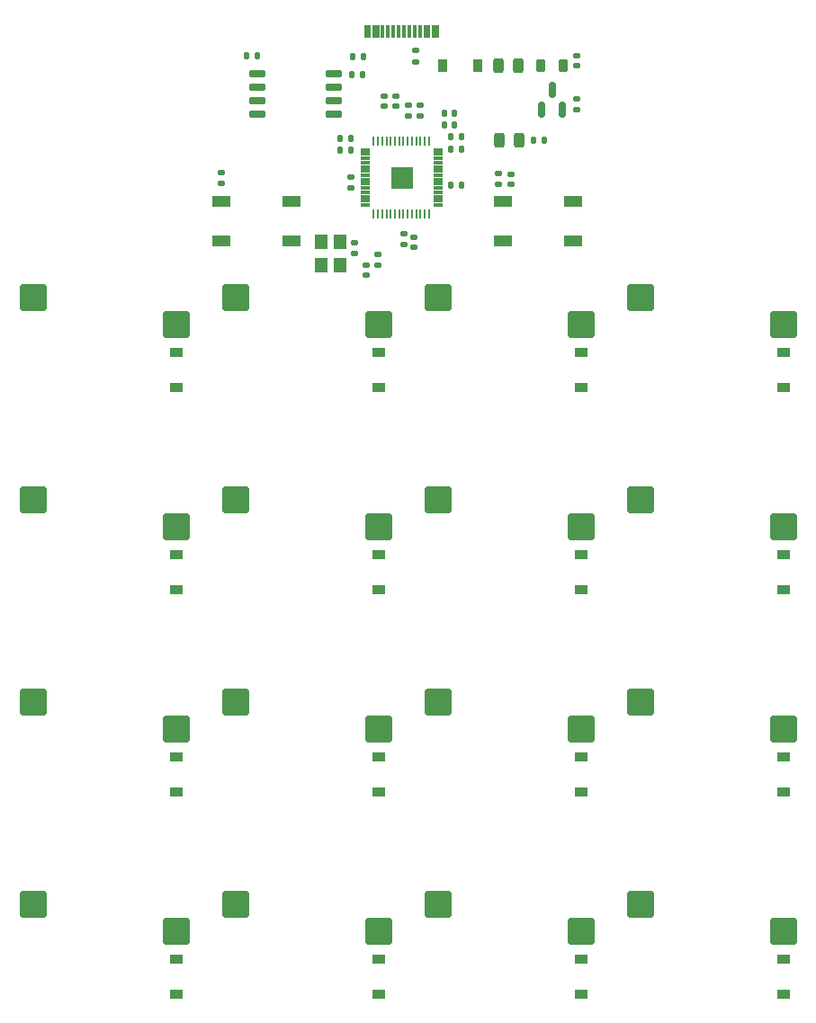
<source format=gbr>
%TF.GenerationSoftware,KiCad,Pcbnew,6.0.9-8da3e8f707~116~ubuntu20.04.1*%
%TF.CreationDate,2023-04-01T10:59:08+02:00*%
%TF.ProjectId,minikey,6d696e69-6b65-4792-9e6b-696361645f70,rev?*%
%TF.SameCoordinates,Original*%
%TF.FileFunction,Paste,Top*%
%TF.FilePolarity,Positive*%
%FSLAX46Y46*%
G04 Gerber Fmt 4.6, Leading zero omitted, Abs format (unit mm)*
G04 Created by KiCad (PCBNEW 6.0.9-8da3e8f707~116~ubuntu20.04.1) date 2023-04-01 10:59:08*
%MOMM*%
%LPD*%
G01*
G04 APERTURE LIST*
G04 Aperture macros list*
%AMRoundRect*
0 Rectangle with rounded corners*
0 $1 Rounding radius*
0 $2 $3 $4 $5 $6 $7 $8 $9 X,Y pos of 4 corners*
0 Add a 4 corners polygon primitive as box body*
4,1,4,$2,$3,$4,$5,$6,$7,$8,$9,$2,$3,0*
0 Add four circle primitives for the rounded corners*
1,1,$1+$1,$2,$3*
1,1,$1+$1,$4,$5*
1,1,$1+$1,$6,$7*
1,1,$1+$1,$8,$9*
0 Add four rect primitives between the rounded corners*
20,1,$1+$1,$2,$3,$4,$5,0*
20,1,$1+$1,$4,$5,$6,$7,0*
20,1,$1+$1,$6,$7,$8,$9,0*
20,1,$1+$1,$8,$9,$2,$3,0*%
G04 Aperture macros list end*
%ADD10C,0.010000*%
%ADD11RoundRect,0.218750X-0.218750X-0.381250X0.218750X-0.381250X0.218750X0.381250X-0.218750X0.381250X0*%
%ADD12R,1.200000X1.400000*%
%ADD13R,1.200000X0.900000*%
%ADD14RoundRect,0.135000X0.185000X-0.135000X0.185000X0.135000X-0.185000X0.135000X-0.185000X-0.135000X0*%
%ADD15RoundRect,0.135000X-0.135000X-0.185000X0.135000X-0.185000X0.135000X0.185000X-0.135000X0.185000X0*%
%ADD16RoundRect,0.140000X-0.140000X-0.170000X0.140000X-0.170000X0.140000X0.170000X-0.140000X0.170000X0*%
%ADD17R,0.300000X1.300000*%
%ADD18RoundRect,0.140000X0.170000X-0.140000X0.170000X0.140000X-0.170000X0.140000X-0.170000X-0.140000X0*%
%ADD19RoundRect,0.140000X-0.170000X0.140000X-0.170000X-0.140000X0.170000X-0.140000X0.170000X0.140000X0*%
%ADD20RoundRect,0.250000X-1.025000X-1.000000X1.025000X-1.000000X1.025000X1.000000X-1.025000X1.000000X0*%
%ADD21RoundRect,0.135000X-0.185000X0.135000X-0.185000X-0.135000X0.185000X-0.135000X0.185000X0.135000X0*%
%ADD22RoundRect,0.243750X-0.243750X-0.456250X0.243750X-0.456250X0.243750X0.456250X-0.243750X0.456250X0*%
%ADD23RoundRect,0.140000X0.140000X0.170000X-0.140000X0.170000X-0.140000X-0.170000X0.140000X-0.170000X0*%
%ADD24RoundRect,0.150000X-0.650000X-0.150000X0.650000X-0.150000X0.650000X0.150000X-0.650000X0.150000X0*%
%ADD25R,1.700000X1.000000*%
%ADD26R,0.900000X1.200000*%
%ADD27RoundRect,0.150000X0.150000X-0.587500X0.150000X0.587500X-0.150000X0.587500X-0.150000X-0.587500X0*%
%ADD28RoundRect,0.006000X-0.414000X-0.094000X0.414000X-0.094000X0.414000X0.094000X-0.414000X0.094000X0*%
%ADD29RoundRect,0.020000X-0.080000X-0.400000X0.080000X-0.400000X0.080000X0.400000X-0.080000X0.400000X0*%
G04 APERTURE END LIST*
%TO.C,U1*%
G36*
X159095000Y-83657000D02*
G01*
X157135000Y-83657000D01*
X157135000Y-81697000D01*
X159095000Y-81697000D01*
X159095000Y-83657000D01*
G37*
D10*
X159095000Y-83657000D02*
X157135000Y-83657000D01*
X157135000Y-81697000D01*
X159095000Y-81697000D01*
X159095000Y-83657000D01*
%TD*%
D11*
%TO.C,FB1*%
X171237500Y-72150000D03*
X173362500Y-72150000D03*
%TD*%
D12*
%TO.C,Y1*%
X152310000Y-90910000D03*
X152310000Y-88710000D03*
X150610000Y-88710000D03*
X150610000Y-90910000D03*
%TD*%
D13*
%TO.C,D1*%
X136969500Y-102424500D03*
X136969500Y-99124500D03*
%TD*%
%TO.C,D15*%
X194119500Y-140524500D03*
X194119500Y-137224500D03*
%TD*%
%TO.C,D6*%
X156019500Y-121474500D03*
X156019500Y-118174500D03*
%TD*%
D14*
%TO.C,R9*%
X159480000Y-71770000D03*
X159480000Y-70750000D03*
%TD*%
D15*
%TO.C,R7*%
X170562500Y-79200000D03*
X171582500Y-79200000D03*
%TD*%
D16*
%TO.C,C8*%
X162778500Y-78867000D03*
X163738500Y-78867000D03*
%TD*%
D13*
%TO.C,D16*%
X194119500Y-159574500D03*
X194119500Y-156274500D03*
%TD*%
D15*
%TO.C,R5*%
X143570000Y-71210000D03*
X144590000Y-71210000D03*
%TD*%
D17*
%TO.C,U6*%
X161466029Y-68935087D03*
X160665927Y-68935087D03*
X159365953Y-68935087D03*
X158365953Y-68935087D03*
X157866080Y-68935087D03*
X156866334Y-68935087D03*
X155565851Y-68935087D03*
X154766003Y-68935087D03*
X155065978Y-68935087D03*
X155866080Y-68935087D03*
X156365953Y-68935087D03*
X157365953Y-68935087D03*
X158866080Y-68935087D03*
X159866080Y-68935087D03*
X160365953Y-68935087D03*
X161166054Y-68935087D03*
%TD*%
D14*
%TO.C,R3*%
X158777500Y-76860000D03*
X158777500Y-75840000D03*
%TD*%
D18*
%TO.C,C17*%
X168420000Y-83320000D03*
X168420000Y-82360000D03*
%TD*%
D19*
%TO.C,C14*%
X153710000Y-88850000D03*
X153710000Y-89810000D03*
%TD*%
D20*
%TO.C,SW1*%
X136900000Y-96520000D03*
X123450000Y-93980000D03*
%TD*%
D21*
%TO.C,R4*%
X167230000Y-82320000D03*
X167230000Y-83340000D03*
%TD*%
D16*
%TO.C,C6*%
X162160000Y-77740000D03*
X163120000Y-77740000D03*
%TD*%
D13*
%TO.C,D11*%
X175069500Y-140524500D03*
X175069500Y-137224500D03*
%TD*%
D19*
%TO.C,C11*%
X158360000Y-88020000D03*
X158360000Y-88980000D03*
%TD*%
D13*
%TO.C,D4*%
X136969500Y-159574500D03*
X136969500Y-156274500D03*
%TD*%
%TO.C,D14*%
X194119500Y-121474500D03*
X194119500Y-118174500D03*
%TD*%
D16*
%TO.C,C9*%
X162778500Y-80010000D03*
X163738500Y-80010000D03*
%TD*%
D20*
%TO.C,SW10*%
X175000000Y-96520000D03*
X161550000Y-93980000D03*
%TD*%
%TO.C,SW17*%
X194050000Y-134620000D03*
X180600000Y-132080000D03*
%TD*%
D22*
%TO.C,D17*%
X167345000Y-79190000D03*
X169220000Y-79190000D03*
%TD*%
D18*
%TO.C,C3*%
X156487000Y-75960000D03*
X156487000Y-75000000D03*
%TD*%
D13*
%TO.C,D7*%
X156019500Y-140524500D03*
X156019500Y-137224500D03*
%TD*%
D18*
%TO.C,C12*%
X153352500Y-83637000D03*
X153352500Y-82677000D03*
%TD*%
D23*
%TO.C,C18*%
X153340000Y-79010000D03*
X152380000Y-79010000D03*
%TD*%
D13*
%TO.C,D12*%
X175069500Y-159574500D03*
X175069500Y-156274500D03*
%TD*%
D20*
%TO.C,SW9*%
X155950000Y-153670000D03*
X142500000Y-151130000D03*
%TD*%
D24*
%TO.C,U3*%
X144590000Y-72945000D03*
X144590000Y-74215000D03*
X144590000Y-75485000D03*
X144590000Y-76755000D03*
X151790000Y-76755000D03*
X151790000Y-75485000D03*
X151790000Y-74215000D03*
X151790000Y-72945000D03*
%TD*%
D25*
%TO.C,U4*%
X147790000Y-88650000D03*
X141190050Y-88651270D03*
X147790000Y-84950482D03*
X141190050Y-84950482D03*
%TD*%
D26*
%TO.C,D18*%
X165300000Y-72190000D03*
X162000000Y-72190000D03*
%TD*%
D20*
%TO.C,SW6*%
X155950000Y-96520000D03*
X142500000Y-93980000D03*
%TD*%
D27*
%TO.C,U2*%
X171340000Y-76275000D03*
X173240000Y-76275000D03*
X172290000Y-74400000D03*
%TD*%
D16*
%TO.C,C5*%
X162160000Y-76597000D03*
X163120000Y-76597000D03*
%TD*%
D20*
%TO.C,SW11*%
X175000000Y-115570000D03*
X161550000Y-113030000D03*
%TD*%
%TO.C,SW13*%
X175000000Y-153670000D03*
X161550000Y-151130000D03*
%TD*%
D14*
%TO.C,R6*%
X155940000Y-90920000D03*
X155940000Y-89900000D03*
%TD*%
D13*
%TO.C,D8*%
X156019500Y-159574500D03*
X156019500Y-156274500D03*
%TD*%
D18*
%TO.C,C7*%
X157570000Y-75960000D03*
X157570000Y-75000000D03*
%TD*%
D20*
%TO.C,SW3*%
X136900000Y-134620000D03*
X123450000Y-132080000D03*
%TD*%
D28*
%TO.C,U1*%
X154680000Y-80077000D03*
X154680000Y-80477000D03*
X154680000Y-80877000D03*
X154680000Y-81277000D03*
X154680000Y-81677000D03*
X154680000Y-82077000D03*
X154680000Y-82477000D03*
X154680000Y-82877000D03*
X154680000Y-83277000D03*
X154680000Y-83677000D03*
X154680000Y-84077000D03*
X154680000Y-84477000D03*
X154680000Y-84877000D03*
X154680000Y-85277000D03*
D29*
X155515000Y-86112000D03*
X155915000Y-86112000D03*
X156315000Y-86112000D03*
X156715000Y-86112000D03*
X157115000Y-86112000D03*
X157515000Y-86112000D03*
X157915000Y-86112000D03*
X158315000Y-86112000D03*
X158715000Y-86112000D03*
X159115000Y-86112000D03*
X159515000Y-86112000D03*
X159915000Y-86112000D03*
X160315000Y-86112000D03*
X160715000Y-86112000D03*
D28*
X161550000Y-85277000D03*
X161550000Y-84877000D03*
X161550000Y-84477000D03*
X161550000Y-84077000D03*
X161550000Y-83677000D03*
X161550000Y-83277000D03*
X161550000Y-82877000D03*
X161550000Y-82477000D03*
X161550000Y-82077000D03*
X161550000Y-81677000D03*
X161550000Y-81277000D03*
X161550000Y-80877000D03*
X161550000Y-80477000D03*
X161550000Y-80077000D03*
D29*
X160715000Y-79242000D03*
X160315000Y-79242000D03*
X159915000Y-79242000D03*
X159515000Y-79242000D03*
X159115000Y-79242000D03*
X158715000Y-79242000D03*
X158315000Y-79242000D03*
X157915000Y-79242000D03*
X157515000Y-79242000D03*
X157115000Y-79242000D03*
X156715000Y-79242000D03*
X156315000Y-79242000D03*
X155915000Y-79242000D03*
X155515000Y-79242000D03*
%TD*%
D13*
%TO.C,D13*%
X194119500Y-102424500D03*
X194119500Y-99124500D03*
%TD*%
D20*
%TO.C,SW12*%
X175000000Y-134620000D03*
X161550000Y-132080000D03*
%TD*%
%TO.C,SW7*%
X155950000Y-115570000D03*
X142500000Y-113030000D03*
%TD*%
D25*
%TO.C,U5*%
X167700025Y-84950876D03*
X174299975Y-84949606D03*
X167700025Y-88650394D03*
X174299975Y-88650394D03*
%TD*%
D13*
%TO.C,D5*%
X156019500Y-102424500D03*
X156019500Y-99124500D03*
%TD*%
D20*
%TO.C,SW18*%
X194050000Y-153670000D03*
X180600000Y-151130000D03*
%TD*%
%TO.C,SW2*%
X136900000Y-115570000D03*
X123450000Y-113030000D03*
%TD*%
D13*
%TO.C,D10*%
X175069500Y-121474500D03*
X175069500Y-118174500D03*
%TD*%
D20*
%TO.C,SW15*%
X194050000Y-96520000D03*
X180600000Y-93980000D03*
%TD*%
%TO.C,SW4*%
X136900000Y-153670000D03*
X123450000Y-151130000D03*
%TD*%
%TO.C,SW8*%
X155950000Y-134620000D03*
X142500000Y-132080000D03*
%TD*%
D13*
%TO.C,D9*%
X175069500Y-102424500D03*
X175069500Y-99124500D03*
%TD*%
D14*
%TO.C,R2*%
X159860000Y-76870000D03*
X159860000Y-75850000D03*
%TD*%
D18*
%TO.C,C15*%
X154780000Y-91880000D03*
X154780000Y-90920000D03*
%TD*%
D15*
%TO.C,R8*%
X153500000Y-71270000D03*
X154520000Y-71270000D03*
%TD*%
D16*
%TO.C,C16*%
X153490000Y-72970000D03*
X154450000Y-72970000D03*
%TD*%
D18*
%TO.C,C2*%
X174600000Y-76280000D03*
X174600000Y-75320000D03*
%TD*%
%TO.C,C1*%
X174630000Y-72140000D03*
X174630000Y-71180000D03*
%TD*%
D16*
%TO.C,C10*%
X162778500Y-83439000D03*
X163738500Y-83439000D03*
%TD*%
D23*
%TO.C,C13*%
X153350000Y-80090000D03*
X152390000Y-80090000D03*
%TD*%
D22*
%TO.C,F1*%
X167272500Y-72130000D03*
X169147500Y-72130000D03*
%TD*%
D20*
%TO.C,SW16*%
X194050000Y-115570000D03*
X180600000Y-113030000D03*
%TD*%
D14*
%TO.C,R1*%
X141190000Y-83250000D03*
X141190000Y-82230000D03*
%TD*%
D13*
%TO.C,D2*%
X136969500Y-121474500D03*
X136969500Y-118174500D03*
%TD*%
D19*
%TO.C,C4*%
X159312500Y-88302000D03*
X159312500Y-89262000D03*
%TD*%
D13*
%TO.C,D3*%
X136969500Y-140524500D03*
X136969500Y-137224500D03*
%TD*%
M02*

</source>
